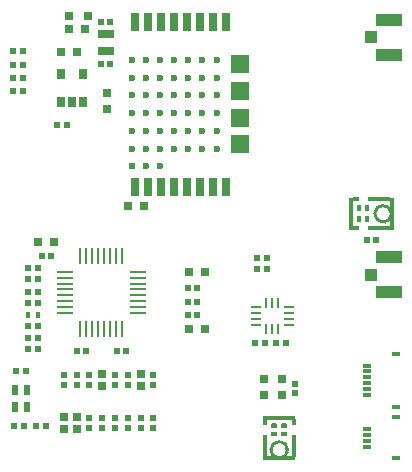
<source format=gbr>
%TF.GenerationSoftware,Altium Limited,Altium Designer,21.4.1 (30)*%
G04 Layer_Color=8421504*
%FSLAX45Y45*%
%MOMM*%
%TF.SameCoordinates,F4A6E2B2-E63A-418B-8CEE-B9A354165880*%
%TF.FilePolarity,Positive*%
%TF.FileFunction,Paste,Top*%
%TF.Part,Single*%
G01*
G75*
%TA.AperFunction,Conductor*%
%ADD12C,0.25400*%
%TA.AperFunction,SMDPad,CuDef*%
%ADD14R,0.65000X0.90000*%
%ADD18R,0.70000X0.80000*%
%ADD19R,0.65000X0.80000*%
%ADD20R,0.60000X0.40000*%
%ADD21C,0.30000*%
%ADD22R,0.40000X0.60000*%
%TA.AperFunction,ConnectorPad*%
%ADD23R,0.80000X0.30000*%
%ADD24R,0.80000X0.40000*%
%TA.AperFunction,SMDPad,CuDef*%
%ADD25R,0.80000X0.40000*%
%ADD26R,0.80000X0.30000*%
%ADD28R,0.80000X0.75000*%
%ADD29R,0.80000X0.70000*%
%ADD30R,0.52000X0.52000*%
%ADD31R,0.50000X0.52000*%
%ADD32R,0.80000X0.80000*%
%ADD33R,0.52000X0.50000*%
%ADD34R,0.60000X0.90000*%
%ADD35R,2.20000X1.05000*%
%ADD36R,1.05000X1.00000*%
%ADD37R,0.52000X0.52000*%
%ADD38R,0.70000X1.50000*%
%TA.AperFunction,BGAPad,CuDef*%
%ADD39C,0.60000*%
%TA.AperFunction,SMDPad,CuDef*%
%ADD40R,0.60000X0.60000*%
%ADD41R,1.50000X1.50000*%
%ADD42R,0.45000X0.55000*%
%ADD43R,0.72000X0.76000*%
%ADD47R,0.87500X0.25000*%
%ADD48R,0.25000X0.87500*%
%ADD50R,1.40000X0.75000*%
%ADD51O,0.25000X1.40000*%
%ADD52O,1.40000X0.25000*%
%TA.AperFunction,NonConductor*%
%ADD58R,2.80000X0.37500*%
%TA.AperFunction,Conductor*%
%ADD59R,2.80000X0.34751*%
G04:AMPARAMS|DCode=60|XSize=1.9mm|YSize=0.35mm|CornerRadius=0mm|HoleSize=0mm|Usage=FLASHONLY|Rotation=90.002|XOffset=0mm|YOffset=0mm|HoleType=Round|Shape=Rectangle|*
%AMROTATEDRECTD60*
4,1,4,0.17503,-0.95000,-0.17497,-0.95001,-0.17503,0.95000,0.17497,0.95001,0.17503,-0.95000,0.0*
%
%ADD60ROTATEDRECTD60*%

%TA.AperFunction,NonConductor*%
G04:AMPARAMS|DCode=61|XSize=0.44998mm|YSize=0.35mm|CornerRadius=0mm|HoleSize=0mm|Usage=FLASHONLY|Rotation=90.002|XOffset=0mm|YOffset=0mm|HoleType=Round|Shape=Rectangle|*
%AMROTATEDRECTD61*
4,1,4,0.17501,-0.22499,-0.17499,-0.22500,-0.17501,0.22499,0.17499,0.22500,0.17501,-0.22499,0.0*
%
%ADD61ROTATEDRECTD61*%

%TA.AperFunction,Conductor*%
G04:AMPARAMS|DCode=62|XSize=1.9mm|YSize=0.35mm|CornerRadius=0mm|HoleSize=0mm|Usage=FLASHONLY|Rotation=180.002|XOffset=0mm|YOffset=0mm|HoleType=Round|Shape=Rectangle|*
%AMROTATEDRECTD62*
4,1,4,0.95000,0.17503,0.95001,-0.17497,-0.95000,-0.17503,-0.95001,0.17497,0.95000,0.17503,0.0*
%
%ADD62ROTATEDRECTD62*%

%TA.AperFunction,NonConductor*%
G04:AMPARAMS|DCode=63|XSize=0.44998mm|YSize=0.35mm|CornerRadius=0mm|HoleSize=0mm|Usage=FLASHONLY|Rotation=180.002|XOffset=0mm|YOffset=0mm|HoleType=Round|Shape=Rectangle|*
%AMROTATEDRECTD63*
4,1,4,0.22499,0.17501,0.22500,-0.17499,-0.22499,-0.17501,-0.22500,0.17499,0.22499,0.17501,0.0*
%
%ADD63ROTATEDRECTD63*%

%TA.AperFunction,Conductor*%
%ADD64R,0.34751X2.80000*%
%TA.AperFunction,NonConductor*%
%ADD65R,0.37500X2.80000*%
%ADD113C,0.05000*%
%ADD114C,0.20500*%
%ADD115R,0.24800X0.69800*%
%ADD116R,0.24800X0.89800*%
%ADD117R,0.24800X0.49800*%
%ADD118R,0.24800X0.89800*%
%ADD119R,1.49800X0.24800*%
%ADD120R,0.24800X0.49800*%
%ADD121R,1.49800X0.26400*%
%ADD122R,0.39800X0.29800*%
%ADD123R,0.39800X0.29800*%
%ADD124R,0.39800X0.29800*%
%ADD125R,0.39800X0.29800*%
%ADD126R,0.29800X0.39800*%
%ADD127R,0.26400X1.49800*%
%ADD128R,0.49800X0.24800*%
%ADD129R,0.24800X1.49800*%
%ADD130R,0.69800X0.24800*%
%ADD131R,0.89800X0.24800*%
D12*
X2376181Y78666D02*
G03*
X2363979Y78666I-6101J69734D01*
G01*
X3319734Y2152061D02*
G03*
X3319734Y2139860I-69734J-6101D01*
G01*
D14*
X519998Y3090000D02*
D03*
X614999D02*
D03*
X710000D02*
D03*
Y3330000D02*
D03*
X519998D02*
D03*
D18*
X1092500Y2209300D02*
D03*
X1227500D02*
D03*
X1742440Y1649140D02*
D03*
X1607440D02*
D03*
X467500Y1910000D02*
D03*
X332500D02*
D03*
X1607400Y1170000D02*
D03*
X1742400D02*
D03*
D19*
X592500Y3710000D02*
D03*
X727500D02*
D03*
X526860Y3517900D02*
D03*
X661860D02*
D03*
D20*
X2325080Y353399D02*
D03*
Y283399D02*
D03*
X2415080D02*
D03*
Y353399D02*
D03*
D21*
X2370080Y78399D02*
D03*
X3320000Y2145960D02*
D03*
D22*
X3045000Y2190960D02*
D03*
X3115000D02*
D03*
Y2100960D02*
D03*
X3045000D02*
D03*
D23*
X3110000Y861000D02*
D03*
Y811000D02*
D03*
Y761000D02*
D03*
Y711000D02*
D03*
Y661000D02*
D03*
Y611000D02*
D03*
D24*
X3360000Y511000D02*
D03*
Y961000D02*
D03*
D25*
Y75000D02*
D03*
Y425000D02*
D03*
D26*
X3110000Y175000D02*
D03*
Y225000D02*
D03*
Y275000D02*
D03*
Y325000D02*
D03*
D28*
X2241520Y747499D02*
D03*
Y612499D02*
D03*
D29*
X2390000Y747500D02*
D03*
Y612500D02*
D03*
X915529Y3165884D02*
D03*
Y3030884D02*
D03*
D30*
X2504300Y627319D02*
D03*
Y707319D02*
D03*
X1306099Y415000D02*
D03*
Y335000D02*
D03*
X763243Y415000D02*
D03*
Y335000D02*
D03*
X1088956D02*
D03*
Y415000D02*
D03*
X980385Y415000D02*
D03*
Y335000D02*
D03*
D31*
X327000Y1097500D02*
D03*
X243000D02*
D03*
X573209Y2900674D02*
D03*
X489209D02*
D03*
X115600Y3297400D02*
D03*
X199600D02*
D03*
X114900Y3186500D02*
D03*
X198900D02*
D03*
X227000Y813000D02*
D03*
X143000D02*
D03*
X207000Y351000D02*
D03*
X123000D02*
D03*
X308000Y350000D02*
D03*
X392000D02*
D03*
X198700Y3521700D02*
D03*
X114700D02*
D03*
X199500Y3408500D02*
D03*
X115500D02*
D03*
X327600Y1596800D02*
D03*
X243600D02*
D03*
X243001Y1685700D02*
D03*
X327001D02*
D03*
X243000Y1195086D02*
D03*
X327000D02*
D03*
Y1000000D02*
D03*
X243000D02*
D03*
X2183000Y1775000D02*
D03*
X2267000D02*
D03*
Y1675000D02*
D03*
X2183000D02*
D03*
D32*
X592300Y3824500D02*
D03*
X752300D02*
D03*
D33*
X1088955Y695000D02*
D03*
Y779000D02*
D03*
X654671D02*
D03*
Y695000D02*
D03*
X871814Y333000D02*
D03*
Y417000D02*
D03*
X1306097Y779000D02*
D03*
Y695000D02*
D03*
X546100Y779000D02*
D03*
Y695000D02*
D03*
X980384Y779000D02*
D03*
Y695000D02*
D03*
X763242Y779000D02*
D03*
Y695000D02*
D03*
X1197528Y417000D02*
D03*
Y333000D02*
D03*
D34*
X137500Y656940D02*
D03*
Y506940D02*
D03*
X232500D02*
D03*
Y656940D02*
D03*
D35*
X3300000Y3787500D02*
D03*
Y3492500D02*
D03*
Y1482500D02*
D03*
Y1777500D02*
D03*
D36*
X3147500Y3640000D02*
D03*
Y1630000D02*
D03*
D37*
X3190004Y1925496D02*
D03*
X3110003D02*
D03*
X860000Y3413760D02*
D03*
X940000D02*
D03*
Y3771900D02*
D03*
X860000D02*
D03*
X1597640Y1519478D02*
D03*
X1677640D02*
D03*
X360000Y1790000D02*
D03*
X440000D02*
D03*
X1597640Y1401800D02*
D03*
X1677640D02*
D03*
X325000Y1487714D02*
D03*
X245000D02*
D03*
X1597640Y1290000D02*
D03*
X1677640D02*
D03*
X245000Y1390171D02*
D03*
X325000D02*
D03*
X2427600Y1050000D02*
D03*
X2347600D02*
D03*
X2249800D02*
D03*
X2169800D02*
D03*
X738501Y983301D02*
D03*
X658501D02*
D03*
X997500Y983302D02*
D03*
X1077500D02*
D03*
D38*
X1920200Y3773000D02*
D03*
X1810200D02*
D03*
X1700200D02*
D03*
X1590200D02*
D03*
X1480200D02*
D03*
X1370200D02*
D03*
X1260200D02*
D03*
X1150200D02*
D03*
Y2373000D02*
D03*
X1260200D02*
D03*
X1370200D02*
D03*
X1480200D02*
D03*
X1590200D02*
D03*
X1700200D02*
D03*
X1810200D02*
D03*
X1920200D02*
D03*
D39*
X1840200Y3298000D02*
D03*
Y3148000D02*
D03*
Y2998000D02*
D03*
Y2848000D02*
D03*
X1720200Y3298000D02*
D03*
Y3148000D02*
D03*
Y2998000D02*
D03*
Y2848000D02*
D03*
X1600200Y3298000D02*
D03*
Y3148000D02*
D03*
Y2998000D02*
D03*
Y2848000D02*
D03*
X1480200Y3298000D02*
D03*
Y3148000D02*
D03*
Y2998000D02*
D03*
Y2848000D02*
D03*
X1360200Y3298000D02*
D03*
Y3148000D02*
D03*
Y2998000D02*
D03*
Y2848000D02*
D03*
X1240200Y3298000D02*
D03*
Y3148000D02*
D03*
Y2998000D02*
D03*
Y2848000D02*
D03*
X1840200Y3448000D02*
D03*
Y2698000D02*
D03*
X1120200Y3298000D02*
D03*
Y3148000D02*
D03*
Y2998000D02*
D03*
Y2848000D02*
D03*
X1720200Y2698000D02*
D03*
X1600200D02*
D03*
X1480200D02*
D03*
X1360200D02*
D03*
X1240200D02*
D03*
X1120200D02*
D03*
X1720200Y3448000D02*
D03*
X1600200D02*
D03*
X1480200D02*
D03*
X1360200D02*
D03*
X1240200D02*
D03*
X1120200D02*
D03*
X1360200Y2548000D02*
D03*
X1240200D02*
D03*
D40*
X1120200D02*
D03*
D41*
X2040200Y3410500D02*
D03*
Y3185500D02*
D03*
Y2960500D02*
D03*
Y2735500D02*
D03*
D42*
X240000Y1292629D02*
D03*
X330000D02*
D03*
D43*
X1197526Y688000D02*
D03*
Y786000D02*
D03*
X871813Y688000D02*
D03*
Y786000D02*
D03*
X546100Y326000D02*
D03*
Y424000D02*
D03*
X654671Y326000D02*
D03*
Y424000D02*
D03*
D47*
X2449320Y1355000D02*
D03*
X2171920D02*
D03*
X2449320Y1205000D02*
D03*
Y1255000D02*
D03*
Y1305000D02*
D03*
X2171920D02*
D03*
Y1255000D02*
D03*
Y1205000D02*
D03*
D48*
X2260620Y1166300D02*
D03*
X2310620D02*
D03*
X2360620D02*
D03*
X2260620Y1393700D02*
D03*
X2360620D02*
D03*
X2310620D02*
D03*
D50*
X900000Y3520500D02*
D03*
Y3665500D02*
D03*
D51*
X688100Y1170001D02*
D03*
X738100D02*
D03*
X788100D02*
D03*
X838100D02*
D03*
X888100D02*
D03*
X938100D02*
D03*
X988100D02*
D03*
X1038100D02*
D03*
Y1790001D02*
D03*
X988100D02*
D03*
X938100D02*
D03*
X888100D02*
D03*
X838100D02*
D03*
X788100D02*
D03*
X738100D02*
D03*
X688100D02*
D03*
D52*
X1173100Y1305001D02*
D03*
Y1355001D02*
D03*
Y1405002D02*
D03*
Y1455001D02*
D03*
Y1505002D02*
D03*
Y1555001D02*
D03*
Y1605001D02*
D03*
Y1655002D02*
D03*
X553100D02*
D03*
Y1605001D02*
D03*
Y1555001D02*
D03*
Y1505002D02*
D03*
Y1455001D02*
D03*
Y1405002D02*
D03*
Y1355001D02*
D03*
Y1305001D02*
D03*
D58*
X2370080Y420649D02*
D03*
D59*
Y76026D02*
D03*
D60*
X2247578Y183410D02*
D03*
X2492582Y183410D02*
D03*
D61*
X2247572Y380900D02*
D03*
X2492575Y380900D02*
D03*
D62*
X3214990Y2268463D02*
D03*
Y2023457D02*
D03*
D63*
X3017499Y2268456D02*
D03*
Y2023450D02*
D03*
D64*
X3322374Y2145960D02*
D03*
D65*
X2977750D02*
D03*
D113*
X2430103Y137528D02*
G03*
X2390653Y205825I-60023J10871D01*
G01*
X2444179Y129384D02*
G03*
X2390662Y222079I-74099J19015D01*
G01*
X2330654Y101853D02*
G03*
X2409506Y101853I39426J46546D01*
G01*
X2316563Y93735D02*
G03*
X2423585Y93723I53517J54664D01*
G01*
X2349498Y222079D02*
G03*
X2295977Y129401I20582J-73679D01*
G01*
X2349507Y205825D02*
G03*
X2310089Y137350I20573J-57426D01*
G01*
X3192574Y2125387D02*
G03*
X3261049Y2085970I57426J20573D01*
G01*
X3176321Y2125379D02*
G03*
X3268999Y2071857I73679J20582D01*
G01*
X3304664Y2092443D02*
G03*
X3304676Y2199465I-54664J53517D01*
G01*
X3296546Y2106534D02*
G03*
X3296546Y2185387I-46546J39426D01*
G01*
X3269016Y2220059D02*
G03*
X3176321Y2166542I-19015J-74099D01*
G01*
X3260872Y2205984D02*
G03*
X3192574Y2166534I-10871J-60023D01*
G01*
X2408012Y98346D02*
X2440585Y79541D01*
X2298734Y80632D02*
X2331148Y99346D01*
X2430112Y137526D02*
X2444245Y129367D01*
X2409512Y101846D02*
X2442085Y83041D01*
X2298234Y83132D02*
X2330648Y101846D01*
X2295972Y129400D02*
X2310048Y137526D01*
X2390680Y205825D02*
Y222079D01*
X2349480Y205825D02*
Y222144D01*
X3176256Y2125360D02*
X3192574D01*
X3176321Y2166560D02*
X3192574D01*
X3260873Y2085928D02*
X3269000Y2071852D01*
X3296553Y2106528D02*
X3315267Y2074114D01*
X3296553Y2185393D02*
X3315359Y2217965D01*
X3260873Y2205993D02*
X3269032Y2220125D01*
X3299053Y2107028D02*
X3317767Y2074614D01*
X3300053Y2183893D02*
X3318859Y2216465D01*
D114*
X2438568Y142407D02*
G03*
X2399135Y210708I-68488J5992D01*
G01*
X2341025D02*
G03*
X2301592Y142407I29055J-62308D01*
G01*
X2330647Y92083D02*
G03*
X2409513Y92083I39433J56317D01*
G01*
X3306317Y2106527D02*
G03*
X3306317Y2185394I-56317J39433D01*
G01*
X3187692Y2116905D02*
G03*
X3255992Y2077472I62308J29055D01*
G01*
Y2214449D02*
G03*
X3187692Y2175015I-5992J-68488D01*
G01*
D115*
X2492579Y398399D02*
D03*
X2247580Y398397D02*
D03*
D116*
X2492579Y228400D02*
D03*
D117*
Y88400D02*
D03*
D118*
X2247581Y228400D02*
D03*
D119*
X2370075Y420897D02*
D03*
D120*
X2247581Y88400D02*
D03*
D121*
X2370080Y76699D02*
D03*
D122*
X2324981Y353498D02*
D03*
D123*
X2414979Y353498D02*
D03*
D124*
X2414979Y283500D02*
D03*
D125*
X2324981Y283500D02*
D03*
D126*
X3114900Y2100860D02*
D03*
Y2190860D02*
D03*
X3044900D02*
D03*
Y2100860D02*
D03*
D127*
X3321700Y2145960D02*
D03*
D128*
X3310000Y2023460D02*
D03*
Y2268460D02*
D03*
D129*
X2977500Y2145960D02*
D03*
D130*
X3000000Y2023460D02*
D03*
Y2268460D02*
D03*
D131*
X3170000Y2023460D02*
D03*
Y2268460D02*
D03*
%TF.MD5,ec7de420e5c1790652e32c772e97f0bf*%
M02*

</source>
